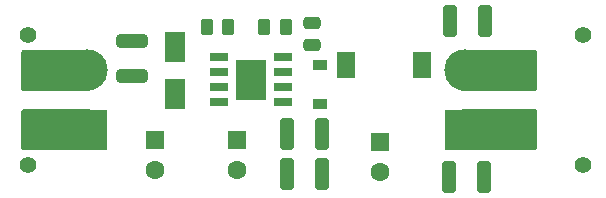
<source format=gts>
G04 #@! TF.GenerationSoftware,KiCad,Pcbnew,(5.99.0-10682-g4bb4606811)*
G04 #@! TF.CreationDate,2021-06-09T14:52:47+02:00*
G04 #@! TF.ProjectId,xl7005-module,786c3730-3035-42d6-9d6f-64756c652e6b,rev?*
G04 #@! TF.SameCoordinates,Original*
G04 #@! TF.FileFunction,Soldermask,Top*
G04 #@! TF.FilePolarity,Negative*
%FSLAX46Y46*%
G04 Gerber Fmt 4.6, Leading zero omitted, Abs format (unit mm)*
G04 Created by KiCad (PCBNEW (5.99.0-10682-g4bb4606811)) date 2021-06-09 14:52:47*
%MOMM*%
%LPD*%
G01*
G04 APERTURE LIST*
G04 Aperture macros list*
%AMRoundRect*
0 Rectangle with rounded corners*
0 $1 Rounding radius*
0 $2 $3 $4 $5 $6 $7 $8 $9 X,Y pos of 4 corners*
0 Add a 4 corners polygon primitive as box body*
4,1,4,$2,$3,$4,$5,$6,$7,$8,$9,$2,$3,0*
0 Add four circle primitives for the rounded corners*
1,1,$1+$1,$2,$3*
1,1,$1+$1,$4,$5*
1,1,$1+$1,$6,$7*
1,1,$1+$1,$8,$9*
0 Add four rect primitives between the rounded corners*
20,1,$1+$1,$2,$3,$4,$5,0*
20,1,$1+$1,$4,$5,$6,$7,0*
20,1,$1+$1,$6,$7,$8,$9,0*
20,1,$1+$1,$8,$9,$2,$3,0*%
G04 Aperture macros list end*
%ADD10C,1.400000*%
%ADD11R,3.500000X3.500000*%
%ADD12C,3.500000*%
%ADD13R,1.525000X0.700000*%
%ADD14R,2.513000X3.402000*%
%ADD15R,1.600000X1.600000*%
%ADD16C,1.600000*%
%ADD17RoundRect,0.250000X-0.325000X-1.100000X0.325000X-1.100000X0.325000X1.100000X-0.325000X1.100000X0*%
%ADD18RoundRect,0.250000X0.262500X0.450000X-0.262500X0.450000X-0.262500X-0.450000X0.262500X-0.450000X0*%
%ADD19R,1.500000X2.200000*%
%ADD20R,1.200000X0.900000*%
%ADD21RoundRect,0.250000X-1.075000X0.312500X-1.075000X-0.312500X1.075000X-0.312500X1.075000X0.312500X0*%
%ADD22R,1.800000X2.500000*%
%ADD23RoundRect,0.250000X-0.475000X0.250000X-0.475000X-0.250000X0.475000X-0.250000X0.475000X0.250000X0*%
G04 APERTURE END LIST*
D10*
X176500000Y-62500000D03*
X176500000Y-73500000D03*
D11*
X166500000Y-70500000D03*
D12*
X166500000Y-65500000D03*
D13*
X151062000Y-68205000D03*
X151062000Y-66935000D03*
X151062000Y-65665000D03*
X151062000Y-64395000D03*
X145638000Y-64395000D03*
X145638000Y-65665000D03*
X145638000Y-66935000D03*
X145638000Y-68205000D03*
D14*
X148350000Y-66300000D03*
D15*
X140200000Y-71417621D03*
D16*
X140200000Y-73917621D03*
D15*
X159300000Y-71567621D03*
D16*
X159300000Y-74067621D03*
D17*
X151425000Y-70900000D03*
X154375000Y-70900000D03*
X151425000Y-74300000D03*
X154375000Y-74300000D03*
D18*
X151312500Y-61800000D03*
X149487500Y-61800000D03*
D19*
X162800000Y-65000000D03*
X156400000Y-65000000D03*
D20*
X154200000Y-65050000D03*
X154200000Y-68350000D03*
D21*
X138300000Y-63037500D03*
X138300000Y-65962500D03*
D15*
X147150000Y-71417621D03*
D16*
X147150000Y-73917621D03*
D17*
X168075000Y-74550000D03*
X165125000Y-74550000D03*
D22*
X141900000Y-67500000D03*
X141900000Y-63500000D03*
D10*
X129500000Y-73500000D03*
X129500000Y-62500000D03*
D11*
X134500000Y-70500000D03*
D12*
X134500000Y-65500000D03*
D18*
X146412500Y-61800000D03*
X144587500Y-61800000D03*
D23*
X153500000Y-61450000D03*
X153500000Y-63350000D03*
D17*
X165175000Y-61300000D03*
X168125000Y-61300000D03*
G36*
X172362170Y-68752421D02*
G01*
X172421089Y-68764140D01*
X172466512Y-68782955D01*
X172505939Y-68809300D01*
X172540700Y-68844061D01*
X172567045Y-68883488D01*
X172585860Y-68928911D01*
X172597579Y-68987830D01*
X172600000Y-69012410D01*
X172600000Y-71987590D01*
X172597579Y-72012170D01*
X172585860Y-72071089D01*
X172567045Y-72116512D01*
X172540700Y-72155939D01*
X172505939Y-72190700D01*
X172466512Y-72217045D01*
X172421089Y-72235860D01*
X172362170Y-72247579D01*
X172337590Y-72250000D01*
X166312410Y-72250000D01*
X166287830Y-72247579D01*
X166228911Y-72235860D01*
X166183488Y-72217045D01*
X166144061Y-72190700D01*
X166109300Y-72155939D01*
X166082955Y-72116512D01*
X166064140Y-72071089D01*
X166052421Y-72012170D01*
X166050000Y-71987590D01*
X166050000Y-69012410D01*
X166052421Y-68987830D01*
X166064140Y-68928911D01*
X166082955Y-68883488D01*
X166109300Y-68844061D01*
X166144061Y-68809300D01*
X166183488Y-68782955D01*
X166228911Y-68764140D01*
X166287830Y-68752421D01*
X166312410Y-68750000D01*
X172337590Y-68750000D01*
X172362170Y-68752421D01*
G37*
G36*
X134612170Y-68752421D02*
G01*
X134671089Y-68764140D01*
X134716512Y-68782955D01*
X134755939Y-68809300D01*
X134790700Y-68844061D01*
X134817045Y-68883488D01*
X134835860Y-68928911D01*
X134847579Y-68987830D01*
X134850000Y-69012410D01*
X134850000Y-71987590D01*
X134847579Y-72012170D01*
X134835860Y-72071089D01*
X134817045Y-72116512D01*
X134790700Y-72155939D01*
X134755939Y-72190700D01*
X134716512Y-72217045D01*
X134671089Y-72235860D01*
X134612170Y-72247579D01*
X134587590Y-72250000D01*
X129162410Y-72250000D01*
X129137830Y-72247579D01*
X129078911Y-72235860D01*
X129033488Y-72217045D01*
X128994061Y-72190700D01*
X128959300Y-72155939D01*
X128932955Y-72116512D01*
X128914140Y-72071089D01*
X128902421Y-72012170D01*
X128900000Y-71987590D01*
X128900000Y-69012410D01*
X128902421Y-68987830D01*
X128914140Y-68928911D01*
X128932955Y-68883488D01*
X128959300Y-68844061D01*
X128994061Y-68809300D01*
X129033488Y-68782955D01*
X129078911Y-68764140D01*
X129137830Y-68752421D01*
X129162410Y-68750000D01*
X134587590Y-68750000D01*
X134612170Y-68752421D01*
G37*
G36*
X172362170Y-63752421D02*
G01*
X172421089Y-63764140D01*
X172466512Y-63782955D01*
X172505939Y-63809300D01*
X172540700Y-63844061D01*
X172567045Y-63883488D01*
X172585860Y-63928911D01*
X172597579Y-63987830D01*
X172600000Y-64012410D01*
X172600000Y-66987590D01*
X172597579Y-67012170D01*
X172585860Y-67071089D01*
X172567045Y-67116512D01*
X172540700Y-67155939D01*
X172505939Y-67190700D01*
X172466512Y-67217045D01*
X172421089Y-67235860D01*
X172362170Y-67247579D01*
X172337590Y-67250000D01*
X166312410Y-67250000D01*
X166287830Y-67247579D01*
X166228911Y-67235860D01*
X166183488Y-67217045D01*
X166144061Y-67190700D01*
X166109300Y-67155939D01*
X166082955Y-67116512D01*
X166064140Y-67071089D01*
X166052421Y-67012170D01*
X166050000Y-66987590D01*
X166050000Y-64012410D01*
X166052421Y-63987830D01*
X166064140Y-63928911D01*
X166082955Y-63883488D01*
X166109300Y-63844061D01*
X166144061Y-63809300D01*
X166183488Y-63782955D01*
X166228911Y-63764140D01*
X166287830Y-63752421D01*
X166312410Y-63750000D01*
X172337590Y-63750000D01*
X172362170Y-63752421D01*
G37*
G36*
X134612170Y-63752421D02*
G01*
X134671089Y-63764140D01*
X134716512Y-63782955D01*
X134755939Y-63809300D01*
X134790700Y-63844061D01*
X134817045Y-63883488D01*
X134835860Y-63928911D01*
X134847579Y-63987830D01*
X134850000Y-64012410D01*
X134850000Y-66987590D01*
X134847579Y-67012170D01*
X134835860Y-67071089D01*
X134817045Y-67116512D01*
X134790700Y-67155939D01*
X134755939Y-67190700D01*
X134716512Y-67217045D01*
X134671089Y-67235860D01*
X134612170Y-67247579D01*
X134587590Y-67250000D01*
X129162410Y-67250000D01*
X129137830Y-67247579D01*
X129078911Y-67235860D01*
X129033488Y-67217045D01*
X128994061Y-67190700D01*
X128959300Y-67155939D01*
X128932955Y-67116512D01*
X128914140Y-67071089D01*
X128902421Y-67012170D01*
X128900000Y-66987590D01*
X128900000Y-64012410D01*
X128902421Y-63987830D01*
X128914140Y-63928911D01*
X128932955Y-63883488D01*
X128959300Y-63844061D01*
X128994061Y-63809300D01*
X129033488Y-63782955D01*
X129078911Y-63764140D01*
X129137830Y-63752421D01*
X129162410Y-63750000D01*
X134587590Y-63750000D01*
X134612170Y-63752421D01*
G37*
M02*

</source>
